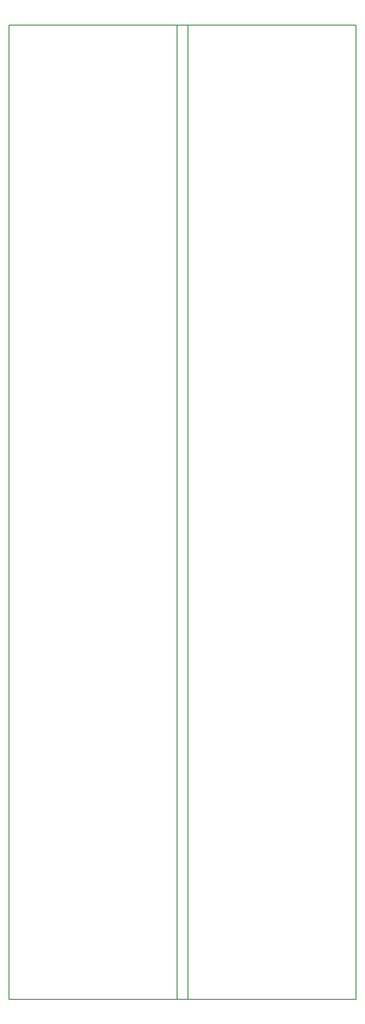
<source format=gko>
*
%FSLAX26Y26*%
%MOIN*%
%ADD10C,0.006000*%
%IPPOS*%
%LNy018439c02a0.gbr_tmp*%
%LPD*%
G75*
G54D10*
X0Y0D02*
Y6850394D01*
X1181102D01*
Y0D01*
X0D01*
X1259843D02*
Y6850394D01*
X2440945D01*
Y0D01*
X1259843D01*
X0D02*
Y6850394D01*
X2440945D01*
Y0D01*
X0D01*
M02*

</source>
